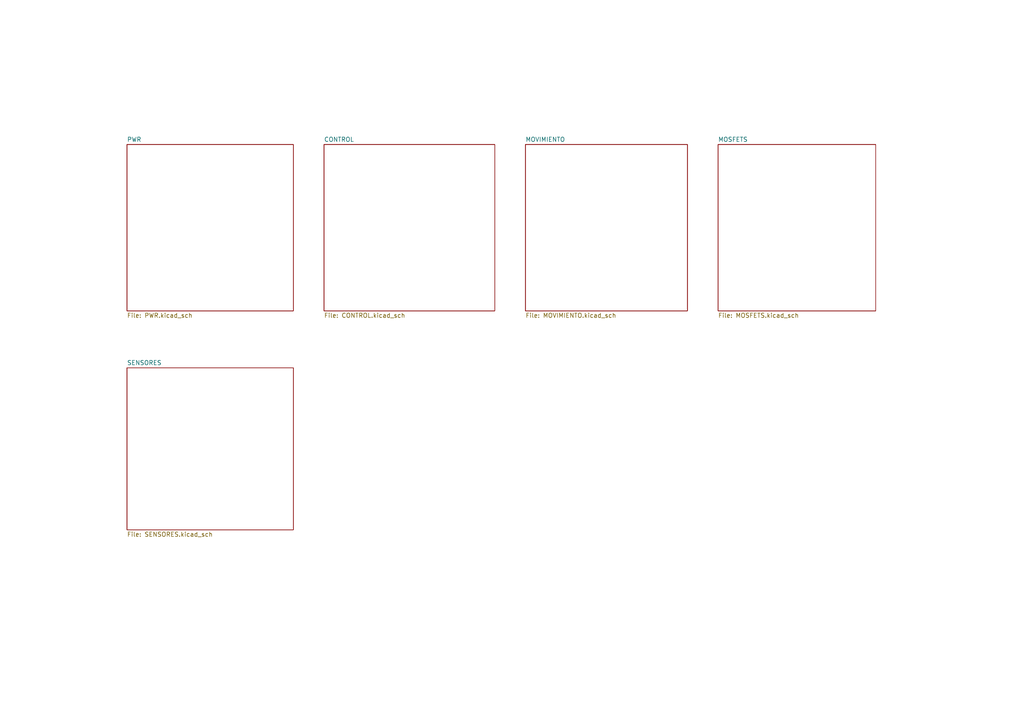
<source format=kicad_sch>
(kicad_sch
	(version 20231120)
	(generator "eeschema")
	(generator_version "8.0")
	(uuid "6c3ddc55-becd-433f-9ee2-a4e1108d5eba")
	(paper "A4")
	(lib_symbols)
	(sheet
		(at 36.83 106.68)
		(size 48.26 46.99)
		(fields_autoplaced yes)
		(stroke
			(width 0.1524)
			(type solid)
		)
		(fill
			(color 0 0 0 0.0000)
		)
		(uuid "237609a3-bd97-458a-bc88-efae4b12fa7c")
		(property "Sheetname" "SENSORES"
			(at 36.83 105.9684 0)
			(effects
				(font
					(size 1.27 1.27)
				)
				(justify left bottom)
			)
		)
		(property "Sheetfile" "SENSORES.kicad_sch"
			(at 36.83 154.2546 0)
			(effects
				(font
					(size 1.27 1.27)
				)
				(justify left top)
			)
		)
		(instances
			(project "ESP-32-3DPRINTER-SHIELD"
				(path "/6c3ddc55-becd-433f-9ee2-a4e1108d5eba"
					(page "6")
				)
			)
		)
	)
	(sheet
		(at 93.98 41.91)
		(size 49.53 48.26)
		(fields_autoplaced yes)
		(stroke
			(width 0.1524)
			(type solid)
		)
		(fill
			(color 0 0 0 0.0000)
		)
		(uuid "38811fdf-c440-46a5-9ee0-2b47c598670e")
		(property "Sheetname" "CONTROL"
			(at 93.98 41.1984 0)
			(effects
				(font
					(size 1.27 1.27)
				)
				(justify left bottom)
			)
		)
		(property "Sheetfile" "CONTROL.kicad_sch"
			(at 93.98 90.7546 0)
			(effects
				(font
					(size 1.27 1.27)
				)
				(justify left top)
			)
		)
		(instances
			(project "ESP-32-3DPRINTER-SHIELD"
				(path "/6c3ddc55-becd-433f-9ee2-a4e1108d5eba"
					(page "3")
				)
			)
		)
	)
	(sheet
		(at 152.4 41.91)
		(size 46.99 48.26)
		(fields_autoplaced yes)
		(stroke
			(width 0.1524)
			(type solid)
		)
		(fill
			(color 0 0 0 0.0000)
		)
		(uuid "998d1187-65a2-426b-a129-277d05be3a93")
		(property "Sheetname" "MOVIMIENTO"
			(at 152.4 41.1984 0)
			(effects
				(font
					(size 1.27 1.27)
				)
				(justify left bottom)
			)
		)
		(property "Sheetfile" "MOVIMIENTO.kicad_sch"
			(at 152.4 90.7546 0)
			(effects
				(font
					(size 1.27 1.27)
				)
				(justify left top)
			)
		)
		(instances
			(project "ESP-32-3DPRINTER-SHIELD"
				(path "/6c3ddc55-becd-433f-9ee2-a4e1108d5eba"
					(page "4")
				)
			)
		)
	)
	(sheet
		(at 36.83 41.91)
		(size 48.26 48.26)
		(fields_autoplaced yes)
		(stroke
			(width 0.1524)
			(type solid)
		)
		(fill
			(color 0 0 0 0.0000)
		)
		(uuid "c3da7e6f-427a-44cd-ab3f-ff3af211e9bd")
		(property "Sheetname" "PWR"
			(at 36.83 41.1984 0)
			(effects
				(font
					(size 1.27 1.27)
				)
				(justify left bottom)
			)
		)
		(property "Sheetfile" "PWR.kicad_sch"
			(at 36.83 90.7546 0)
			(effects
				(font
					(size 1.27 1.27)
				)
				(justify left top)
			)
		)
		(instances
			(project "ESP-32-3DPRINTER-SHIELD"
				(path "/6c3ddc55-becd-433f-9ee2-a4e1108d5eba"
					(page "2")
				)
			)
		)
	)
	(sheet
		(at 208.28 41.91)
		(size 45.72 48.26)
		(fields_autoplaced yes)
		(stroke
			(width 0.1524)
			(type solid)
		)
		(fill
			(color 0 0 0 0.0000)
		)
		(uuid "c79b7c15-f079-45ae-819e-478fd6a9c68c")
		(property "Sheetname" "MOSFETS"
			(at 208.28 41.1984 0)
			(effects
				(font
					(size 1.27 1.27)
				)
				(justify left bottom)
			)
		)
		(property "Sheetfile" "MOSFETS.kicad_sch"
			(at 208.28 90.7546 0)
			(effects
				(font
					(size 1.27 1.27)
				)
				(justify left top)
			)
		)
		(instances
			(project "ESP-32-3DPRINTER-SHIELD"
				(path "/6c3ddc55-becd-433f-9ee2-a4e1108d5eba"
					(page "5")
				)
			)
		)
	)
	(sheet_instances
		(path "/"
			(page "1")
		)
	)
)

</source>
